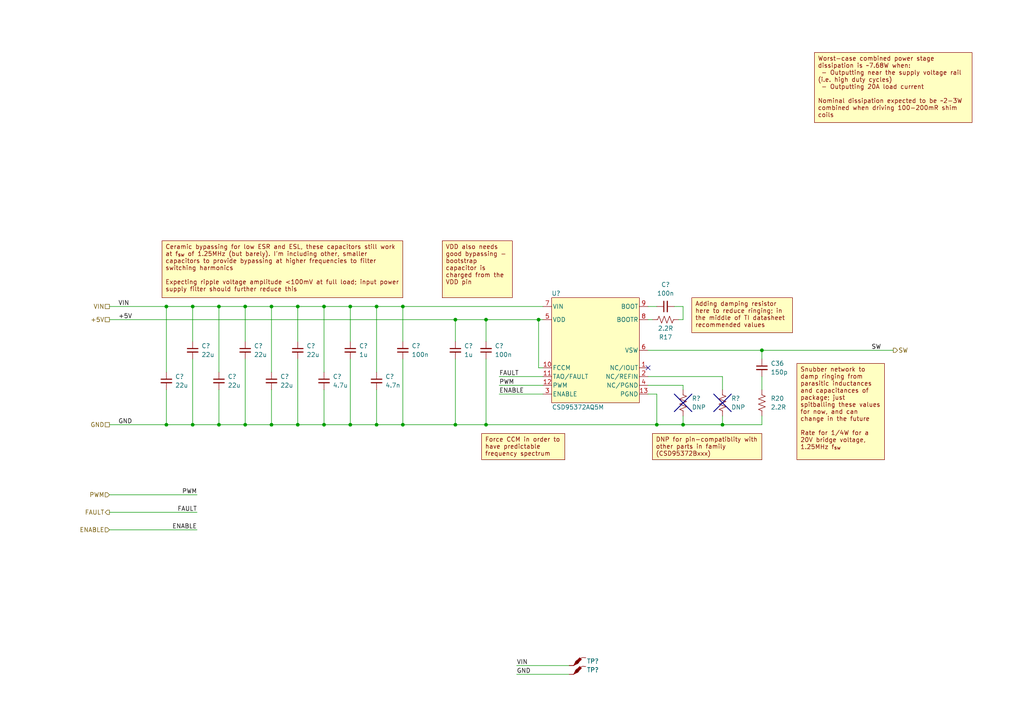
<source format=kicad_sch>
(kicad_sch (version 20230121) (generator eeschema)
  (paper "A4")
  (title_block (title "Shim Amplifier Prototype") (date "2023-08-01") (rev "A.1") (company "Ishaan Govindarajan"))
  (lib_symbols
    (symbol "Custom-Capacitor:CL05B472KB5NNNC" (pin_numbers hide) (pin_names (offset 0.254) hide)
      (property "Reference" "C" (at 0.254 1.778 0))
      (property "Value" "4.7n" (at 0.254 -2.032 0))
      (symbol "CL05B472KB5NNNC_0_1"
        (polyline (pts (xy -1.524 -0.508) (xy 1.524 -0.508)) (stroke (width 0.3302)))
        (polyline (pts (xy -1.524 0.508) (xy 1.524 0.508)) (stroke (width 0.3048)))
      )
      (symbol "CL05B472KB5NNNC_1_1"
        (pin passive line (at 0 2.54 270) (length 2.032) (name "~") (number "1"))
        (pin passive line (at 0 -2.54 90) (length 2.032) (name "~") (number "2"))
      )
    )
    (symbol "Custom-Capacitor:CL10B104KB8NNWC" (pin_numbers hide) (pin_names (offset 0.254) hide)
      (property "Reference" "C" (at 0.254 1.778 0))
      (property "Value" "100n" (at 0.254 -2.032 0))
      (symbol "CL10B104KB8NNWC_0_1"
        (polyline (pts (xy -1.524 -0.508) (xy 1.524 -0.508)) (stroke (width 0.3302)))
        (polyline (pts (xy -1.524 0.508) (xy 1.524 0.508)) (stroke (width 0.3048)))
      )
      (symbol "CL10B104KB8NNWC_1_1"
        (pin passive line (at 0 2.54 270) (length 2.032) (name "~") (number "1"))
        (pin passive line (at 0 -2.54 90) (length 2.032) (name "~") (number "2"))
      )
    )
    (symbol "Custom-Capacitor:CL21A475KLCLQNC" (pin_numbers hide) (pin_names (offset 0.254) hide)
      (property "Reference" "C" (at 0.254 1.778 0))
      (property "Value" "4.7u" (at 0.254 -2.032 0))
      (symbol "CL21A475KLCLQNC_0_1"
        (polyline (pts (xy -1.524 -0.508) (xy 1.524 -0.508)) (stroke (width 0.3302)))
        (polyline (pts (xy -1.524 0.508) (xy 1.524 0.508)) (stroke (width 0.3048)))
      )
      (symbol "CL21A475KLCLQNC_1_1"
        (pin passive line (at 0 2.54 270) (length 2.032) (name "~") (number "1"))
        (pin passive line (at 0 -2.54 90) (length 2.032) (name "~") (number "2"))
      )
    )
    (symbol "Custom-Capacitor:CL21B105KBFNNNG" (pin_numbers hide) (pin_names (offset 0.254) hide)
      (property "Reference" "C" (at 0.254 1.778 0))
      (property "Value" "1u" (at 0.254 -2.032 0))
      (symbol "CL21B105KBFNNNG_0_1"
        (polyline (pts (xy -1.524 -0.508) (xy 1.524 -0.508)) (stroke (width 0.3302)))
        (polyline (pts (xy -1.524 0.508) (xy 1.524 0.508)) (stroke (width 0.3048)))
      )
      (symbol "CL21B105KBFNNNG_1_1"
        (pin passive line (at 0 2.54 270) (length 2.032) (name "~") (number "1"))
        (pin passive line (at 0 -2.54 90) (length 2.032) (name "~") (number "2"))
      )
    )
    (symbol "Custom-Capacitor:CL32B226KAJNNNE" (pin_numbers hide) (pin_names (offset 0.254) hide)
      (property "Reference" "C" (at 0.254 1.778 0))
      (property "Value" "22u" (at 0.254 -2.032 0))
      (symbol "CL32B226KAJNNNE_0_1"
        (polyline (pts (xy -1.524 -0.508) (xy 1.524 -0.508)) (stroke (width 0.3302)))
        (polyline (pts (xy -1.524 0.508) (xy 1.524 0.508)) (stroke (width 0.3048)))
      )
      (symbol "CL32B226KAJNNNE_1_1"
        (pin passive line (at 0 2.54 270) (length 2.032) (name "~") (number "1"))
        (pin passive line (at 0 -2.54 90) (length 2.032) (name "~") (number "2"))
      )
    )
    (symbol "Custom-Capacitor:GCM1885C2A151JA16D" (pin_numbers hide) (pin_names (offset 0.254) hide)
      (property "Reference" "C" (at 0.254 1.778 0))
      (property "Value" "150p" (at 0.254 -2.032 0))
      (symbol "GCM1885C2A151JA16D_0_1"
        (polyline (pts (xy -1.524 -0.508) (xy 1.524 -0.508)) (stroke (width 0.3302)))
        (polyline (pts (xy -1.524 0.508) (xy 1.524 0.508)) (stroke (width 0.3048)))
      )
      (symbol "GCM1885C2A151JA16D_1_1"
        (pin passive line (at 0 2.54 270) (length 2.032) (name "~") (number "1"))
        (pin passive line (at 0 -2.54 90) (length 2.032) (name "~") (number "2"))
      )
    )
    (symbol "Custom-LogicIC:TestPoint" (in_bom no)
      (property "Reference" "TP" (at 2.54 0 0))
      (symbol "TestPoint_1_1"
        (polyline (pts (xy -0.762 1.27) (xy 0 0.508)) (stroke (width 0) (color 72 0 0 1)))
        (polyline (pts (xy -0.508 1.524) (xy 0.254 0.762)) (stroke (width 0) (color 72 0 0 1)))
        (polyline (pts (xy -1.27 0) (xy -0.762 1.016) (xy -0.254 0.508) (xy -1.27 0)) (fill (type color) (color 132 0 0 1)))
        (polyline (pts (xy -0.762 1.016) (xy 0.508 2.286) (xy 1.016 1.778) (xy -0.254 0.508) (xy -0.762 1.016)) (fill (type color) (color 132 0 0 1)))
        (arc (start 1.778 2.286) (mid 1.2343 2.3019) (end 0.762 2.032))
        (arc (start 1.778 2.286) (mid 2.032 2.258) (end 2.286 2.286))
        (pin passive line (at -2.54 0 0) (length 1.27) (name "") (number "1"))
      )
    )
    (symbol "Custom-PowerIC:CSD95372AQ5M" (pin_names (offset 0.254))
      (property "Reference" "U" (at -11.43 16.51 0))
      (property "Value" "CSD95372AQ5M" (at -12.7 -16.51 0))
      (symbol "CSD95372AQ5M_1_1"
        (rectangle (start -12.7 15.24) (end 12.7 -15.24) (fill (type background)))
        (pin passive line (at 15.24 -5.08 180) (length 2.54) (name "NC/IOUT") (number "1"))
        (pin input line (at -15.24 -5.08 0) (length 2.54) (name "FCCM") (number "10"))
        (pin tri_state line (at -15.24 -7.62 0) (length 2.54) (name "TAO/FAULT") (number "11"))
        (pin input line (at -15.24 -10.16 0) (length 2.54) (name "PWM") (number "12"))
        (pin power_in line (at 15.24 -12.7 180) (length 2.54) (name "PGND") (number "13"))
        (pin passive line (at 15.24 -7.62 180) (length 2.54) (name "NC/REFIN") (number "2"))
        (pin input line (at -15.24 -12.7 0) (length 2.54) (name "ENABLE") (number "3"))
        (pin passive line (at 15.24 -10.16 180) (length 2.54) (name "NC/PGND") (number "4"))
        (pin power_in line (at -15.24 8.89 0) (length 2.54) (name "VDD") (number "5"))
        (pin power_out line (at 15.24 0 180) (length 2.54) (name "VSW") (number "6"))
        (pin power_in line (at -15.24 12.7 0) (length 2.54) (name "VIN") (number "7"))
        (pin output line (at 15.24 8.89 180) (length 2.54) (name "BOOTR") (number "8"))
        (pin passive line (at 15.24 12.7 180) (length 2.54) (name "BOOT") (number "9"))
      )
    )
    (symbol "Custom-Resistor:JUMPER_DNP" (pin_numbers hide) (pin_names (offset 0))
      (property "Reference" "R" (at 2.54 0 90))
      (property "Value" "DNP" (at -2.54 0 90))
      (symbol "JUMPER_DNP_0_1"
        (polyline (pts (xy 0 -2.286) (xy 0 -2.54)))
        (polyline (pts (xy 0 2.286) (xy 0 2.54)))
        (polyline (pts (xy 0 -0.762) (xy 1.016 -1.143) (xy 0 -1.524) (xy -1.016 -1.905) (xy 0 -2.286)))
        (polyline (pts (xy 0 0.762) (xy 1.016 0.381) (xy 0 0) (xy -1.016 -0.381) (xy 0 -0.762)))
        (polyline (pts (xy 0 2.286) (xy 1.016 1.905) (xy 0 1.524) (xy -1.016 1.143) (xy 0 0.762)))
      )
      (symbol "JUMPER_DNP_1_1"
        (polyline (pts (xy -2.54 -2.54) (xy 2.54 2.54)) (stroke (width 0.254) (color 0 0 132 1)))
        (polyline (pts (xy -2.54 2.54) (xy 2.54 -2.54)) (stroke (width 0.254) (color 0 0 132 1)))
        (pin passive line (at 0 3.81 270) (length 1.27) (name "~") (number "1"))
        (pin passive line (at 0 -3.81 90) (length 1.27) (name "~") (number "2"))
      )
    )
    (symbol "Custom-Resistor:RPC0805JT2R20-UP" (pin_numbers hide) (pin_names (offset 0))
      (property "Reference" "R" (at 2.54 0 90))
      (property "Value" "2.2R" (at -2.54 0 90))
      (symbol "RPC0805JT2R20-UP_0_1"
        (polyline (pts (xy 0 -2.286) (xy 0 -2.54)))
        (polyline (pts (xy 0 2.286) (xy 0 2.54)))
        (polyline (pts (xy 0 -0.762) (xy 1.016 -1.143) (xy 0 -1.524) (xy -1.016 -1.905) (xy 0 -2.286)))
        (polyline (pts (xy 0 0.762) (xy 1.016 0.381) (xy 0 0) (xy -1.016 -0.381) (xy 0 -0.762)))
        (polyline (pts (xy 0 2.286) (xy 1.016 1.905) (xy 0 1.524) (xy -1.016 1.143) (xy 0 0.762)))
      )
      (symbol "RPC0805JT2R20-UP_1_1"
        (pin passive line (at 0 3.81 270) (length 1.27) (name "~") (number "1"))
        (pin passive line (at 0 -3.81 90) (length 1.27) (name "~") (number "2"))
      )
    )
  )
  (junction (at 63.5 123.19))
  (junction (at 140.97 123.19))
  (junction (at 116.84 123.19))
  (junction (at 156.21 92.71))
  (junction (at 93.98 123.19))
  (junction (at 63.5 88.9))
  (junction (at 109.22 88.9))
  (junction (at 86.36 88.9))
  (junction (at 78.74 88.9))
  (junction (at 140.97 92.71))
  (junction (at 101.6 88.9))
  (junction (at 132.08 123.19))
  (junction (at 55.88 88.9))
  (junction (at 93.98 88.9))
  (junction (at 101.6 123.19))
  (junction (at 116.84 88.9))
  (junction (at 48.26 123.19))
  (junction (at 198.12 123.19))
  (junction (at 132.08 92.71))
  (junction (at 220.98 101.6))
  (junction (at 55.88 123.19))
  (junction (at 86.36 123.19))
  (junction (at 71.12 123.19))
  (junction (at 209.55 123.19))
  (junction (at 190.5 123.19))
  (junction (at 78.74 123.19))
  (junction (at 109.22 123.19))
  (junction (at 71.12 88.9))
  (junction (at 48.26 88.9))
  (no_connect (at 187.96 106.68))
  (wire (pts (xy 63.5 88.9) (xy 71.12 88.9)))
  (wire (pts (xy 63.5 113.03) (xy 63.5 123.19)))
  (wire (pts (xy 31.75 123.19) (xy 48.26 123.19)))
  (wire (pts (xy 31.75 148.59) (xy 57.15 148.59)))
  (wire (pts (xy 132.08 92.71) (xy 140.97 92.71)))
  (wire (pts (xy 187.96 101.6) (xy 220.98 101.6)))
  (wire (pts (xy 187.96 88.9) (xy 190.5 88.9)))
  (wire (pts (xy 86.36 123.19) (xy 93.98 123.19)))
  (wire (pts (xy 132.08 92.71) (xy 132.08 99.06)))
  (wire (pts (xy 78.74 88.9) (xy 86.36 88.9)))
  (wire (pts (xy 78.74 113.03) (xy 78.74 123.19)))
  (wire (pts (xy 71.12 104.14) (xy 71.12 123.19)))
  (wire (pts (xy 187.96 114.3) (xy 190.5 114.3)))
  (wire (pts (xy 48.26 113.03) (xy 48.26 123.19)))
  (wire (pts (xy 140.97 104.14) (xy 140.97 123.19)))
  (wire (pts (xy 149.86 193.04) (xy 165.1 193.04)))
  (wire (pts (xy 132.08 123.19) (xy 140.97 123.19)))
  (wire (pts (xy 220.98 120.65) (xy 220.98 123.19)))
  (wire (pts (xy 149.86 195.58) (xy 165.1 195.58)))
  (wire (pts (xy 86.36 88.9) (xy 86.36 99.06)))
  (wire (pts (xy 78.74 123.19) (xy 86.36 123.19)))
  (wire (pts (xy 156.21 92.71) (xy 157.48 92.71)))
  (wire (pts (xy 190.5 123.19) (xy 198.12 123.19)))
  (wire (pts (xy 209.55 123.19) (xy 220.98 123.19)))
  (wire (pts (xy 109.22 88.9) (xy 109.22 107.95)))
  (wire (pts (xy 31.75 88.9) (xy 48.26 88.9)))
  (wire (pts (xy 93.98 123.19) (xy 101.6 123.19)))
  (wire (pts (xy 209.55 109.22) (xy 187.96 109.22)))
  (wire (pts (xy 31.75 153.67) (xy 57.15 153.67)))
  (wire (pts (xy 187.96 92.71) (xy 189.23 92.71)))
  (wire (pts (xy 144.78 109.22) (xy 157.48 109.22)))
  (wire (pts (xy 101.6 88.9) (xy 109.22 88.9)))
  (wire (pts (xy 55.88 104.14) (xy 55.88 123.19)))
  (wire (pts (xy 196.85 92.71) (xy 198.12 92.71)))
  (wire (pts (xy 71.12 88.9) (xy 71.12 99.06)))
  (wire (pts (xy 144.78 114.3) (xy 157.48 114.3)))
  (wire (pts (xy 48.26 88.9) (xy 55.88 88.9)))
  (wire (pts (xy 220.98 101.6) (xy 259.08 101.6)))
  (wire (pts (xy 209.55 120.65) (xy 209.55 123.19)))
  (wire (pts (xy 116.84 88.9) (xy 157.48 88.9)))
  (wire (pts (xy 198.12 113.03) (xy 198.12 111.76)))
  (wire (pts (xy 48.26 123.19) (xy 55.88 123.19)))
  (wire (pts (xy 101.6 88.9) (xy 101.6 99.06)))
  (wire (pts (xy 55.88 88.9) (xy 55.88 99.06)))
  (wire (pts (xy 63.5 88.9) (xy 55.88 88.9)))
  (wire (pts (xy 198.12 88.9) (xy 198.12 92.71)))
  (wire (pts (xy 157.48 106.68) (xy 156.21 106.68)))
  (wire (pts (xy 55.88 123.19) (xy 63.5 123.19)))
  (wire (pts (xy 86.36 104.14) (xy 86.36 123.19)))
  (wire (pts (xy 109.22 123.19) (xy 116.84 123.19)))
  (wire (pts (xy 140.97 123.19) (xy 190.5 123.19)))
  (wire (pts (xy 220.98 101.6) (xy 220.98 104.14)))
  (wire (pts (xy 86.36 88.9) (xy 93.98 88.9)))
  (wire (pts (xy 71.12 88.9) (xy 78.74 88.9)))
  (wire (pts (xy 220.98 113.03) (xy 220.98 109.22)))
  (wire (pts (xy 140.97 92.71) (xy 156.21 92.71)))
  (wire (pts (xy 63.5 88.9) (xy 63.5 107.95)))
  (wire (pts (xy 198.12 123.19) (xy 209.55 123.19)))
  (wire (pts (xy 198.12 123.19) (xy 198.12 120.65)))
  (wire (pts (xy 93.98 113.03) (xy 93.98 123.19)))
  (wire (pts (xy 93.98 88.9) (xy 93.98 107.95)))
  (wire (pts (xy 116.84 104.14) (xy 116.84 123.19)))
  (wire (pts (xy 140.97 92.71) (xy 140.97 99.06)))
  (wire (pts (xy 156.21 92.71) (xy 156.21 106.68)))
  (wire (pts (xy 116.84 123.19) (xy 132.08 123.19)))
  (wire (pts (xy 209.55 113.03) (xy 209.55 109.22)))
  (wire (pts (xy 101.6 104.14) (xy 101.6 123.19)))
  (wire (pts (xy 109.22 113.03) (xy 109.22 123.19)))
  (wire (pts (xy 195.58 88.9) (xy 198.12 88.9)))
  (wire (pts (xy 71.12 123.19) (xy 78.74 123.19)))
  (wire (pts (xy 190.5 114.3) (xy 190.5 123.19)))
  (wire (pts (xy 48.26 88.9) (xy 48.26 107.95)))
  (wire (pts (xy 31.75 143.51) (xy 57.15 143.51)))
  (wire (pts (xy 93.98 88.9) (xy 101.6 88.9)))
  (wire (pts (xy 101.6 123.19) (xy 109.22 123.19)))
  (wire (pts (xy 132.08 104.14) (xy 132.08 123.19)))
  (wire (pts (xy 31.75 92.71) (xy 132.08 92.71)))
  (wire (pts (xy 63.5 123.19) (xy 71.12 123.19)))
  (wire (pts (xy 116.84 88.9) (xy 116.84 99.06)))
  (wire (pts (xy 109.22 88.9) (xy 116.84 88.9)))
  (wire (pts (xy 78.74 88.9) (xy 78.74 107.95)))
  (wire (pts (xy 187.96 111.76) (xy 198.12 111.76)))
  (wire (pts (xy 144.78 111.76) (xy 157.48 111.76)))
  (text_box "Worst-case combined power stage dissipation is ~7.68W when:\n - Outputting near the supply voltage rail (i.e. high duty cycles)\n - Outputting 20A load current\n\nNominal dissipation expected to be ~2-3W combined when driving 100-200mR shim coils" (at 236.22 15.24 0) (size 45.72 20.32) (stroke (width 0) (color 132 0 0 1)) (fill (type color) (color 255 255 194 1)) (effects (font (size 1.27 1.27)) (justify left top)))
  (text_box "Adding damping resistor here to reduce ringing; in the middle of TI datasheet recommended values" (at 200.66 86.36 0) (size 29.21 10.16) (stroke (width 0) (color 132 0 0 1)) (fill (type color) (color 255 255 194 1)) (effects (font (size 1.27 1.27)) (justify left top)))
  (text_box "VDD also needs good bypassing - bootstrap capacitor is charged from the VDD pin" (at 128.27 69.85 0) (size 20.32 16.51) (stroke (width 0) (color 132 0 0 1)) (fill (type color) (color 255 255 194 1)) (effects (font (size 1.27 1.27)) (justify left top)))
  (text_box "DNP for pin-compatiblity with other parts in family\n(CSD95372Bxxx)" (at 189.23 125.73 0) (size 31.75 7.62) (stroke (width 0) (color 132 0 0 1)) (fill (type color) (color 255 255 194 1)) (effects (font (size 1.27 1.27)) (justify left top)))
  (text_box "Force CCM in order to have predictable frequency spectrum" (at 139.7 125.73 0) (size 24.13 7.62) (stroke (width 0) (color 132 0 0 1)) (fill (type color) (color 255 255 194 1)) (effects (font (size 1.27 1.27)) (justify left top)))
  (text_box "Ceramic bypassing for low ESR and ESL, these capacitors still work at f_{sw} of 1.25MHz (but barely). I'm including other, smaller capacitors to provide bypassing at higher frequencies to filter switching harmonics\n\nExpecting ripple voltage amplitude <100mV at full load; input power supply filter should further reduce this" (at 46.99 69.85 0) (size 69.85 16.51) (stroke (width 0) (color 132 0 0 1)) (fill (type color) (color 255 255 194 1)) (effects (font (size 1.27 1.27)) (justify left top)))
  (text_box "Snubber network to damp ringing from parasitic inductances and capacitances of package; just spitballing these values for now, and can change in the future\n\nRate for 1/4W for a 20V bridge voltage, 1.25MHz f_{sw}\n" (at 231.14 105.41 0) (size 25.4 27.94) (stroke (width 0) (color 132 0 0 1)) (fill (type color) (color 255 255 194 1)) (effects (font (size 1.27 1.27)) (justify left top)))
  (label "ENABLE" (at 57.15 153.67 180))
  (label "PWM" (at 57.15 143.51 180))
  (label "+5V" (at 34.29 92.71 0))
  (label "GND" (at 149.86 195.58 0))
  (label "FAULT" (at 144.78 109.22 0))
  (label "FAULT" (at 57.15 148.59 180))
  (label "VIN" (at 149.86 193.04 0))
  (label "PWM" (at 144.78 111.76 0))
  (label "GND" (at 34.29 123.19 0))
  (label "ENABLE" (at 144.78 114.3 0))
  (label "SW" (at 252.73 101.6 0))
  (label "VIN" (at 34.29 88.9 0))
  (hierarchical_label "GND" (shape passive) (at 31.75 123.19 180))
  (hierarchical_label "PWM" (shape input) (at 31.75 143.51 180))
  (hierarchical_label "+5V" (shape passive) (at 31.75 92.71 180))
  (hierarchical_label "VIN" (shape passive) (at 31.75 88.9 180))
  (hierarchical_label "SW" (shape output) (at 259.08 101.6 0))
  (hierarchical_label "FAULT" (shape output) (at 31.75 148.59 180))
  (hierarchical_label "ENABLE" (shape input) (at 31.75 153.67 180))
  (symbol (lib_id "Custom-Capacitor:CL32B226KAJNNNE") (at 71.12 101.6 0) (unit 1)
    (property "Reference" "C?" (at 73.66 100.3363 0) (effects (justify left)))
    (property "Value" "22u" (at 73.66 102.8763 0) (effects (justify left)))
    (property "Footprint" "Capacitor_SMD:C_1210_3225Metric_Pad1.33x2.70mm_HandSolder" (effects hide))
    (property "Datasheet" "https://product.samsungsem.com/mlcc/CL32B226KAJNNN.do" (effects hide))
    (property "Manufacturer" "Samsung Electro-Mechanics" (effects hide))
    (property "Part Number" "CL32B226KAJNNNE" (effects hide))
    (instances (project "Class-D Prototype revA" (path "" (reference "C?") (unit 1)) (path "" (reference "C26") (unit 1)) (path "" (reference "C40") (unit 1))))
  )
  (symbol (lib_id "Custom-Capacitor:CL10B104KB8NNWC") (at 116.84 101.6 180) (unit 1)
    (property "Reference" "C?" (at 119.38 100.3236 0) (effects (justify right)))
    (property "Value" "100n" (at 119.38 102.8636 0) (effects (justify right)))
    (property "Footprint" "Capacitor_SMD:C_0603_1608Metric_Pad1.08x0.95mm_HandSolder" (effects hide))
    (property "Datasheet" "https://product.samsungsem.com/mlcc/CL31B106KAHNFN.do" (effects hide))
    (property "Manufacturer" "Samsung Electro-Mechanics" (effects hide))
    (property "Part Number" "CL10B104KB8NNWC" (effects hide))
    (instances (project "Class-D Prototype revA" (path "" (reference "C?") (unit 1)) (path "" (reference "C32") (unit 1)) (path "" (reference "C46") (unit 1))))
  )
  (symbol (lib_id "Custom-Resistor:JUMPER_DNP") (at 209.55 116.84 0) (unit 1)
    (property "Reference" "R?" (at 212.09 115.57 0) (effects (justify left)))
    (property "Value" "DNP" (at 212.09 118.11 0) (effects (justify left)))
    (property "Footprint" "Custom-RLC:DNP_R_0603_1608Metric_Pad0.98x0.95mm_HandSolder" (effects hide))
    (property "Datasheet" "-" (effects hide))
    (property "Manufacturer" "-" (effects hide))
    (property "Part Number" "-" (effects hide))
    (instances (project "Class-D Prototype revA" (path "" (reference "R?") (unit 1)) (path "" (reference "R19") (unit 1)) (path "" (reference "R23") (unit 1))))
  )
  (symbol (lib_id "Custom-Capacitor:CL10B104KB8NNWC") (at 140.97 101.6 180) (unit 1)
    (property "Reference" "C?" (at 143.51 100.3236 0) (effects (justify right)))
    (property "Value" "100n" (at 143.51 102.8636 0) (effects (justify right)))
    (property "Footprint" "Capacitor_SMD:C_0603_1608Metric_Pad1.08x0.95mm_HandSolder" (effects hide))
    (property "Datasheet" "https://product.samsungsem.com/mlcc/CL31B106KAHNFN.do" (effects hide))
    (property "Manufacturer" "Samsung Electro-Mechanics" (effects hide))
    (property "Part Number" "CL10B104KB8NNWC" (effects hide))
    (instances (project "Class-D Prototype revA" (path "" (reference "C?") (unit 1)) (path "" (reference "C34") (unit 1)) (path "" (reference "C48") (unit 1))))
  )
  (symbol (lib_id "Custom-Capacitor:GCM1885C2A151JA16D") (at 220.98 106.68 0) (unit 1)
    (property "Reference" "C36" (at 223.52 105.4163 0) (effects (justify left)))
    (property "Value" "150p" (at 223.52 107.9563 0) (effects (justify left)))
    (property "Footprint" "Capacitor_SMD:C_0603_1608Metric_Pad1.08x0.95mm_HandSolder" (effects hide))
    (property "Datasheet" "https://search.murata.co.jp/Ceramy/image/img/A01X/G101/ENG/GCM1885C2A151JA16-01.pdf" (effects hide))
    (property "Manufacturer" "Murata Electronics" (effects hide))
    (property "Part Number" "GCM1885C2A151JA16D" (effects hide))
    (instances (project "Class-D Prototype revA" (path "" (reference "C36") (unit 1)) (path "" (reference "C50") (unit 1))))
  )
  (symbol (lib_id "Custom-Capacitor:CL21B105KBFNNNG") (at 132.08 101.6 0) (unit 1)
    (property "Reference" "C?" (at 134.62 100.3363 0) (effects (justify left)))
    (property "Value" "1u" (at 134.62 102.8763 0) (effects (justify left)))
    (property "Footprint" "Capacitor_SMD:C_0805_2012Metric_Pad1.18x1.45mm_HandSolder" (effects hide))
    (property "Datasheet" "https://media.digikey.com/pdf/Data%20Sheets/Samsung%20PDFs/CL21B105KBFNNNG_Spec.pdf" (effects hide))
    (property "Manufacturer" "Samsung Electro-Mechanics" (effects hide))
    (property "Part Number" "CL21B105KBFNNNG" (effects hide))
    (instances (project "Class-D Prototype revA" (path "" (reference "C?") (unit 1)) (path "" (reference "C33") (unit 1)) (path "" (reference "C47") (unit 1))))
  )
  (symbol (lib_id "Custom-Capacitor:CL05B472KB5NNNC") (at 109.22 110.49 0) (unit 1)
    (property "Reference" "C?" (at 111.76 109.2263 0) (effects (justify left)))
    (property "Value" "4.7n" (at 111.76 111.7663 0) (effects (justify left)))
    (property "Footprint" "Capacitor_SMD:C_0402_1005Metric_Pad0.74x0.62mm_HandSolder" (effects hide))
    (property "Datasheet" "https://media.digikey.com/pdf/Data%20Sheets/Samsung%20PDFs/CL05B472KB5NNNC_Spec.pdf" (effects hide))
    (property "Manufacturer" "Samsung Electro-Mechanics" (effects hide))
    (property "Part Number" "CL05B472KB5NNNC" (effects hide))
    (instances (project "Class-D Prototype revA" (path "" (reference "C?") (unit 1)) (path "" (reference "C31") (unit 1)) (path "" (reference "C45") (unit 1))))
  )
  (symbol (lib_id "Custom-Capacitor:CL32B226KAJNNNE") (at 48.26 110.49 0) (unit 1)
    (property "Reference" "C?" (at 50.8 109.2263 0) (effects (justify left)))
    (property "Value" "22u" (at 50.8 111.7663 0) (effects (justify left)))
    (property "Footprint" "Capacitor_SMD:C_1210_3225Metric_Pad1.33x2.70mm_HandSolder" (effects hide))
    (property "Datasheet" "https://product.samsungsem.com/mlcc/CL32B226KAJNNN.do" (effects hide))
    (property "Manufacturer" "Samsung Electro-Mechanics" (effects hide))
    (property "Part Number" "CL32B226KAJNNNE" (effects hide))
    (instances (project "Class-D Prototype revA" (path "" (reference "C?") (unit 1)) (path "" (reference "C23") (unit 1)) (path "" (reference "C37") (unit 1))))
  )
  (symbol (lib_id "Custom-LogicIC:TestPoint") (at 167.64 193.04 0) (unit 1) (in_bom no)
    (property "Reference" "TP?" (at 170.18 191.77 0) (effects (justify left)))
    (property "Value" "-" (effects hide))
    (property "Footprint" "TestPoint:TestPoint_Pad_D2.0mm" (effects hide))
    (instances (project "Class-D Prototype revA" (path "" (reference "TP?") (unit 1)) (path "" (reference "TP14") (unit 1)) (path "" (reference "TP16") (unit 1))))
  )
  (symbol (lib_id "Custom-Capacitor:CL32B226KAJNNNE") (at 86.36 101.6 0) (unit 1)
    (property "Reference" "C?" (at 88.9 100.3363 0) (effects (justify left)))
    (property "Value" "22u" (at 88.9 102.8763 0) (effects (justify left)))
    (property "Footprint" "Capacitor_SMD:C_1210_3225Metric_Pad1.33x2.70mm_HandSolder" (effects hide))
    (property "Datasheet" "https://product.samsungsem.com/mlcc/CL32B226KAJNNN.do" (effects hide))
    (property "Manufacturer" "Samsung Electro-Mechanics" (effects hide))
    (property "Part Number" "CL32B226KAJNNNE" (effects hide))
    (instances (project "Class-D Prototype revA" (path "" (reference "C?") (unit 1)) (path "" (reference "C28") (unit 1)) (path "" (reference "C42") (unit 1))))
  )
  (symbol (lib_id "Custom-Capacitor:CL32B226KAJNNNE") (at 63.5 110.49 0) (unit 1)
    (property "Reference" "C?" (at 66.04 109.2263 0) (effects (justify left)))
    (property "Value" "22u" (at 66.04 111.7663 0) (effects (justify left)))
    (property "Footprint" "Capacitor_SMD:C_1210_3225Metric_Pad1.33x2.70mm_HandSolder" (effects hide))
    (property "Datasheet" "https://product.samsungsem.com/mlcc/CL32B226KAJNNN.do" (effects hide))
    (property "Manufacturer" "Samsung Electro-Mechanics" (effects hide))
    (property "Part Number" "CL32B226KAJNNNE" (effects hide))
    (instances (project "Class-D Prototype revA" (path "" (reference "C?") (unit 1)) (path "" (reference "C25") (unit 1)) (path "" (reference "C39") (unit 1))))
  )
  (symbol (lib_id "Custom-Resistor:JUMPER_DNP") (at 198.12 116.84 0) (unit 1)
    (property "Reference" "R?" (at 200.66 115.57 0) (effects (justify left)))
    (property "Value" "DNP" (at 200.66 118.11 0) (effects (justify left)))
    (property "Footprint" "Custom-RLC:DNP_R_0603_1608Metric_Pad0.98x0.95mm_HandSolder" (effects hide))
    (property "Datasheet" "-" (effects hide))
    (property "Manufacturer" "-" (effects hide))
    (property "Part Number" "-" (effects hide))
    (instances (project "Class-D Prototype revA" (path "" (reference "R?") (unit 1)) (path "" (reference "R18") (unit 1)) (path "" (reference "R22") (unit 1))))
  )
  (symbol (lib_id "Custom-LogicIC:TestPoint") (at 167.64 195.58 0) (unit 1) (in_bom no)
    (property "Reference" "TP?" (at 170.18 194.31 0) (effects (justify left)))
    (property "Value" "-" (effects hide))
    (property "Footprint" "TestPoint:TestPoint_Pad_D2.0mm" (effects hide))
    (instances (project "Class-D Prototype revA" (path "" (reference "TP?") (unit 1)) (path "" (reference "TP15") (unit 1)) (path "" (reference "TP17") (unit 1))))
  )
  (symbol (lib_id "Custom-Capacitor:CL32B226KAJNNNE") (at 55.88 101.6 0) (unit 1)
    (property "Reference" "C?" (at 58.42 100.3363 0) (effects (justify left)))
    (property "Value" "22u" (at 58.42 102.8763 0) (effects (justify left)))
    (property "Footprint" "Capacitor_SMD:C_1210_3225Metric_Pad1.33x2.70mm_HandSolder" (effects hide))
    (property "Datasheet" "https://product.samsungsem.com/mlcc/CL32B226KAJNNN.do" (effects hide))
    (property "Manufacturer" "Samsung Electro-Mechanics" (effects hide))
    (property "Part Number" "CL32B226KAJNNNE" (effects hide))
    (instances (project "Class-D Prototype revA" (path "" (reference "C?") (unit 1)) (path "" (reference "C24") (unit 1)) (path "" (reference "C38") (unit 1))))
  )
  (symbol (lib_id "Custom-Capacitor:CL10B104KB8NNWC") (at 193.04 88.9 90) (unit 1)
    (property "Reference" "C?" (at 193.0463 82.55 90))
    (property "Value" "100n" (at 193.0463 85.09 90))
    (property "Footprint" "Capacitor_SMD:C_0603_1608Metric_Pad1.08x0.95mm_HandSolder" (effects hide))
    (property "Datasheet" "https://product.samsungsem.com/mlcc/CL31B106KAHNFN.do" (effects hide))
    (property "Manufacturer" "Samsung Electro-Mechanics" (effects hide))
    (property "Part Number" "CL10B104KB8NNWC" (effects hide))
    (instances (project "Class-D Prototype revA" (path "" (reference "C?") (unit 1)) (path "" (reference "C35") (unit 1)) (path "" (reference "C49") (unit 1))))
  )
  (symbol (lib_id "Custom-Resistor:RPC0805JT2R20-UP") (at 193.04 92.71 90) (unit 1)
    (property "Reference" "R17" (at 193.04 97.79 90))
    (property "Value" "2.2R" (at 193.04 95.25 90))
    (property "Footprint" "Resistor_SMD:R_0805_2012Metric_Pad1.20x1.40mm_HandSolder" (effects hide))
    (property "Datasheet" "https://www.seielect.com/Catalog/SEI-RPC.pdf" (effects hide))
    (property "Manufacturer" "Stackpole Electronics Inc" (effects hide))
    (property "Part Number" "RPC0805JT2R20-UP" (effects hide))
    (instances (project "Class-D Prototype revA" (path "" (reference "R17") (unit 1)) (path "" (reference "R21") (unit 1))))
  )
  (symbol (lib_id "Custom-Resistor:RPC0805JT2R20-UP") (at 220.98 116.84 0) (unit 1)
    (property "Reference" "R20" (at 223.52 115.57 0) (effects (justify left)))
    (property "Value" "2.2R" (at 223.52 118.11 0) (effects (justify left)))
    (property "Footprint" "Resistor_SMD:R_0805_2012Metric_Pad1.20x1.40mm_HandSolder" (effects hide))
    (property "Datasheet" "https://www.seielect.com/Catalog/SEI-RPC.pdf" (effects hide))
    (property "Manufacturer" "Stackpole Electronics Inc" (effects hide))
    (property "Part Number" "RPC0805JT2R20-UP" (effects hide))
    (instances (project "Class-D Prototype revA" (path "" (reference "R20") (unit 1)) (path "" (reference "R24") (unit 1))))
  )
  (symbol (lib_id "Custom-Capacitor:CL21B105KBFNNNG") (at 101.6 101.6 0) (unit 1)
    (property "Reference" "C?" (at 104.14 100.3363 0) (effects (justify left)))
    (property "Value" "1u" (at 104.14 102.8763 0) (effects (justify left)))
    (property "Footprint" "Capacitor_SMD:C_0805_2012Metric_Pad1.18x1.45mm_HandSolder" (effects hide))
    (property "Datasheet" "https://media.digikey.com/pdf/Data%20Sheets/Samsung%20PDFs/CL21B105KBFNNNG_Spec.pdf" (effects hide))
    (property "Manufacturer" "Samsung Electro-Mechanics" (effects hide))
    (property "Part Number" "CL21B105KBFNNNG" (effects hide))
    (instances (project "Class-D Prototype revA" (path "" (reference "C?") (unit 1)) (path "" (reference "C30") (unit 1)) (path "" (reference "C44") (unit 1))))
  )
  (symbol (lib_id "Custom-PowerIC:CSD95372AQ5M") (at 172.72 101.6 0) (unit 1)
    (property "Reference" "U?" (at 161.29 85.09 0))
    (property "Value" "CSD95372AQ5M" (at 167.64 118.11 0))
    (property "Footprint" "Custom-IC:LSON-12-1EP_5x6mm" (effects hide))
    (property "Datasheet" "https://www.ti.com/lit/ds/symlink/csd95372aq5m.pdf" (effects hide))
    (property "Manufacturer" "Texas Instruments" (effects hide))
    (property "Part Number" "CSD95372AQ5M" (effects hide))
    (instances (project "Class-D Prototype revA" (path "" (reference "U?") (unit 1)) (path "" (reference "U4") (unit 1)) (path "" (reference "U5") (unit 1))))
  )
  (symbol (lib_id "Custom-Capacitor:CL21A475KLCLQNC") (at 93.98 110.49 0) (unit 1)
    (property "Reference" "C?" (at 96.52 109.2263 0) (effects (justify left)))
    (property "Value" "4.7u" (at 96.52 111.7663 0) (effects (justify left)))
    (property "Footprint" "Capacitor_SMD:C_0805_2012Metric_Pad1.18x1.45mm_HandSolder" (effects hide))
    (property "Datasheet" "https://media.digikey.com/pdf/Data%20Sheets/Samsung%20PDFs/CL21A475KLCLQNC_Spec.pdf" (effects hide))
    (property "Manufacturer" "Samsung Electro-Mechanics" (effects hide))
    (property "Part Number" "CL21A475KLCLQNC" (effects hide))
    (instances (project "Class-D Prototype revA" (path "" (reference "C?") (unit 1)) (path "" (reference "C29") (unit 1)) (path "" (reference "C43") (unit 1))))
  )
  (symbol (lib_id "Custom-Capacitor:CL32B226KAJNNNE") (at 78.74 110.49 0) (unit 1)
    (property "Reference" "C?" (at 81.28 109.2263 0) (effects (justify left)))
    (property "Value" "22u" (at 81.28 111.7663 0) (effects (justify left)))
    (property "Footprint" "Capacitor_SMD:C_1210_3225Metric_Pad1.33x2.70mm_HandSolder" (effects hide))
    (property "Datasheet" "https://product.samsungsem.com/mlcc/CL32B226KAJNNN.do" (effects hide))
    (property "Manufacturer" "Samsung Electro-Mechanics" (effects hide))
    (property "Part Number" "CL32B226KAJNNNE" (effects hide))
    (instances (project "Class-D Prototype revA" (path "" (reference "C?") (unit 1)) (path "" (reference "C27") (unit 1)) (path "" (reference "C41") (unit 1))))
  )
)
</source>
